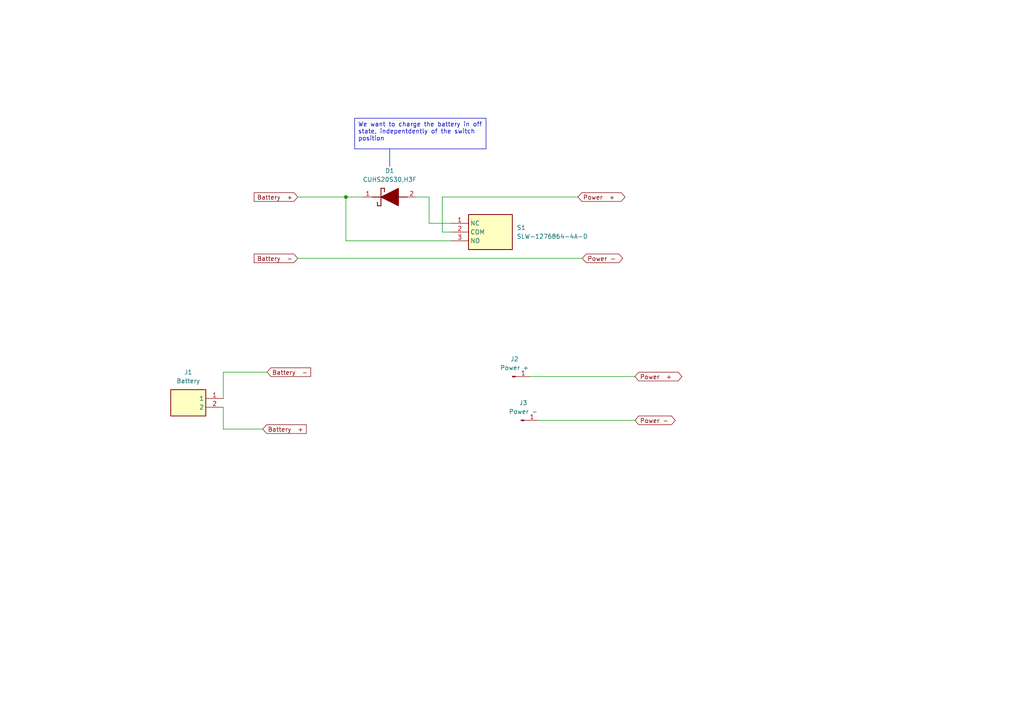
<source format=kicad_sch>
(kicad_sch
	(version 20231120)
	(generator "eeschema")
	(generator_version "8.0")
	(uuid "fff52d9c-2593-4d64-8717-f098392b56b0")
	(paper "A4")
	(lib_symbols
		(symbol "Connector:Conn_01x01_Pin"
			(pin_names
				(offset 1.016) hide)
			(exclude_from_sim no)
			(in_bom yes)
			(on_board yes)
			(property "Reference" "J"
				(at 0 2.54 0)
				(effects
					(font
						(size 1.27 1.27)
					)
				)
			)
			(property "Value" "Conn_01x01_Pin"
				(at 0 -2.54 0)
				(effects
					(font
						(size 1.27 1.27)
					)
				)
			)
			(property "Footprint" ""
				(at 0 0 0)
				(effects
					(font
						(size 1.27 1.27)
					)
					(hide yes)
				)
			)
			(property "Datasheet" "~"
				(at 0 0 0)
				(effects
					(font
						(size 1.27 1.27)
					)
					(hide yes)
				)
			)
			(property "Description" "Generic connector, single row, 01x01, script generated"
				(at 0 0 0)
				(effects
					(font
						(size 1.27 1.27)
					)
					(hide yes)
				)
			)
			(property "ki_locked" ""
				(at 0 0 0)
				(effects
					(font
						(size 1.27 1.27)
					)
				)
			)
			(property "ki_keywords" "connector"
				(at 0 0 0)
				(effects
					(font
						(size 1.27 1.27)
					)
					(hide yes)
				)
			)
			(property "ki_fp_filters" "Connector*:*_1x??_*"
				(at 0 0 0)
				(effects
					(font
						(size 1.27 1.27)
					)
					(hide yes)
				)
			)
			(symbol "Conn_01x01_Pin_1_1"
				(polyline
					(pts
						(xy 1.27 0) (xy 0.8636 0)
					)
					(stroke
						(width 0.1524)
						(type default)
					)
					(fill
						(type none)
					)
				)
				(rectangle
					(start 0.8636 0.127)
					(end 0 -0.127)
					(stroke
						(width 0.1524)
						(type default)
					)
					(fill
						(type outline)
					)
				)
				(pin passive line
					(at 5.08 0 180)
					(length 3.81)
					(name "Pin_1"
						(effects
							(font
								(size 1.27 1.27)
							)
						)
					)
					(number "1"
						(effects
							(font
								(size 1.27 1.27)
							)
						)
					)
				)
			)
		)
		(symbol "SLW-1276864-4A-D:SLW-1276864-4A-D"
			(exclude_from_sim no)
			(in_bom yes)
			(on_board yes)
			(property "Reference" "S1"
				(at 19.05 -1.2699 0)
				(effects
					(font
						(size 1.27 1.27)
					)
					(justify left)
				)
			)
			(property "Value" "SLW-1276864-4A-D"
				(at 19.05 -3.8099 0)
				(effects
					(font
						(size 1.27 1.27)
					)
					(justify left)
				)
			)
			(property "Footprint" "SLW12768644AD"
				(at 19.05 -94.92 0)
				(effects
					(font
						(size 1.27 1.27)
					)
					(justify left top)
					(hide yes)
				)
			)
			(property "Datasheet" "https://www.cuidevices.com/product/resource/slw-1276864-4a-d.pdf"
				(at 19.05 -194.92 0)
				(effects
					(font
						(size 1.27 1.27)
					)
					(justify left top)
					(hide yes)
				)
			)
			(property "Description" "Slide Switches 12.7 x 6.8 x 6.4 mm, 2 mm Raised Slide Actuator, Vertical, Through Hole"
				(at 0 0 0)
				(effects
					(font
						(size 1.27 1.27)
					)
					(hide yes)
				)
			)
			(property "Height" "10.6"
				(at 19.05 -394.92 0)
				(effects
					(font
						(size 1.27 1.27)
					)
					(justify left top)
					(hide yes)
				)
			)
			(property "Mouser Part Number" "179-SLW-1276864-4A-D"
				(at 19.05 -494.92 0)
				(effects
					(font
						(size 1.27 1.27)
					)
					(justify left top)
					(hide yes)
				)
			)
			(property "Mouser Price/Stock" "https://www.mouser.co.uk/ProductDetail/CUI-Devices/SLW-1276864-4A-D?qs=1Kr7Jg1SGW90vOt02EYiag%3D%3D"
				(at 19.05 -594.92 0)
				(effects
					(font
						(size 1.27 1.27)
					)
					(justify left top)
					(hide yes)
				)
			)
			(property "Manufacturer_Name" "CUI Devices"
				(at 19.05 -694.92 0)
				(effects
					(font
						(size 1.27 1.27)
					)
					(justify left top)
					(hide yes)
				)
			)
			(property "Manufacturer_Part_Number" "SLW-1276864-4A-D"
				(at 19.05 -794.92 0)
				(effects
					(font
						(size 1.27 1.27)
					)
					(justify left top)
					(hide yes)
				)
			)
			(symbol "SLW-1276864-4A-D_1_1"
				(rectangle
					(start 5.08 2.54)
					(end 17.78 -7.62)
					(stroke
						(width 0.254)
						(type default)
					)
					(fill
						(type background)
					)
				)
				(pin passive line
					(at 0 0 0)
					(length 5.08)
					(name "NC"
						(effects
							(font
								(size 1.27 1.27)
							)
						)
					)
					(number "1"
						(effects
							(font
								(size 1.27 1.27)
							)
						)
					)
				)
				(pin passive line
					(at 0 -2.54 0)
					(length 5.08)
					(name "COM"
						(effects
							(font
								(size 1.27 1.27)
							)
						)
					)
					(number "2"
						(effects
							(font
								(size 1.27 1.27)
							)
						)
					)
				)
				(pin passive line
					(at 0 -5.08 0)
					(length 5.08)
					(name "NO"
						(effects
							(font
								(size 1.27 1.27)
							)
						)
					)
					(number "3"
						(effects
							(font
								(size 1.27 1.27)
							)
						)
					)
				)
			)
		)
		(symbol "SamacSys_Parts:53047-0210"
			(exclude_from_sim no)
			(in_bom yes)
			(on_board yes)
			(property "Reference" "J"
				(at 16.51 7.62 0)
				(effects
					(font
						(size 1.27 1.27)
					)
					(justify left top)
				)
			)
			(property "Value" "53047-0210"
				(at 16.51 5.08 0)
				(effects
					(font
						(size 1.27 1.27)
					)
					(justify left top)
				)
			)
			(property "Footprint" "530470210"
				(at 16.51 -94.92 0)
				(effects
					(font
						(size 1.27 1.27)
					)
					(justify left top)
					(hide yes)
				)
			)
			(property "Datasheet" "https://componentsearchengine.com/Datasheets/2/53047-0210.pdf"
				(at 16.51 -194.92 0)
				(effects
					(font
						(size 1.27 1.27)
					)
					(justify left top)
					(hide yes)
				)
			)
			(property "Description" "Headers & Wire Housings VERTICAL HDR 2P"
				(at 0 0 0)
				(effects
					(font
						(size 1.27 1.27)
					)
					(hide yes)
				)
			)
			(property "Height" "4.4"
				(at 16.51 -394.92 0)
				(effects
					(font
						(size 1.27 1.27)
					)
					(justify left top)
					(hide yes)
				)
			)
			(property "Manufacturer_Name" "Molex"
				(at 16.51 -494.92 0)
				(effects
					(font
						(size 1.27 1.27)
					)
					(justify left top)
					(hide yes)
				)
			)
			(property "Manufacturer_Part_Number" "53047-0210"
				(at 16.51 -594.92 0)
				(effects
					(font
						(size 1.27 1.27)
					)
					(justify left top)
					(hide yes)
				)
			)
			(property "Mouser Part Number" "538-53047-0210"
				(at 16.51 -694.92 0)
				(effects
					(font
						(size 1.27 1.27)
					)
					(justify left top)
					(hide yes)
				)
			)
			(property "Mouser Price/Stock" "https://www.mouser.co.uk/ProductDetail/Molex/53047-0210?qs=M5Ic86%252BuP8b8FQrTwriyOw%3D%3D"
				(at 16.51 -794.92 0)
				(effects
					(font
						(size 1.27 1.27)
					)
					(justify left top)
					(hide yes)
				)
			)
			(property "Arrow Part Number" ""
				(at 16.51 -894.92 0)
				(effects
					(font
						(size 1.27 1.27)
					)
					(justify left top)
					(hide yes)
				)
			)
			(property "Arrow Price/Stock" ""
				(at 16.51 -994.92 0)
				(effects
					(font
						(size 1.27 1.27)
					)
					(justify left top)
					(hide yes)
				)
			)
			(symbol "53047-0210_1_1"
				(rectangle
					(start 5.08 2.54)
					(end 15.24 -5.08)
					(stroke
						(width 0.254)
						(type default)
					)
					(fill
						(type background)
					)
				)
				(pin passive line
					(at 0 -2.54 0)
					(length 5.08)
					(name "1"
						(effects
							(font
								(size 1.27 1.27)
							)
						)
					)
					(number "1"
						(effects
							(font
								(size 1.27 1.27)
							)
						)
					)
				)
				(pin passive line
					(at 0 0 0)
					(length 5.08)
					(name "2"
						(effects
							(font
								(size 1.27 1.27)
							)
						)
					)
					(number "2"
						(effects
							(font
								(size 1.27 1.27)
							)
						)
					)
				)
			)
		)
		(symbol "SamacSys_Parts:CUHS20S30,H3F"
			(pin_names hide)
			(exclude_from_sim no)
			(in_bom yes)
			(on_board yes)
			(property "Reference" "D"
				(at 12.7 8.89 0)
				(effects
					(font
						(size 1.27 1.27)
					)
					(justify left top)
				)
			)
			(property "Value" "CUHS20S30,H3F"
				(at 12.7 6.35 0)
				(effects
					(font
						(size 1.27 1.27)
					)
					(justify left top)
				)
			)
			(property "Footprint" "CUHS20S40H3F"
				(at 12.7 -93.65 0)
				(effects
					(font
						(size 1.27 1.27)
					)
					(justify left top)
					(hide yes)
				)
			)
			(property "Datasheet" "https://toshiba.semicon-storage.com/info/docget.jsp?did=63606&prodName=CUHS20S30"
				(at 12.7 -193.65 0)
				(effects
					(font
						(size 1.27 1.27)
					)
					(justify left top)
					(hide yes)
				)
			)
			(property "Description" "Schottky Diodes & Rectifiers Sml-Signal Schottky 2A 30V 390pF"
				(at 0 0 0)
				(effects
					(font
						(size 1.27 1.27)
					)
					(hide yes)
				)
			)
			(property "Height" ""
				(at 12.7 -393.65 0)
				(effects
					(font
						(size 1.27 1.27)
					)
					(justify left top)
					(hide yes)
				)
			)
			(property "Manufacturer_Name" "Toshiba"
				(at 12.7 -493.65 0)
				(effects
					(font
						(size 1.27 1.27)
					)
					(justify left top)
					(hide yes)
				)
			)
			(property "Manufacturer_Part_Number" "CUHS20S30,H3F"
				(at 12.7 -593.65 0)
				(effects
					(font
						(size 1.27 1.27)
					)
					(justify left top)
					(hide yes)
				)
			)
			(property "Mouser Part Number" "757-CUHS20S30H3F"
				(at 12.7 -693.65 0)
				(effects
					(font
						(size 1.27 1.27)
					)
					(justify left top)
					(hide yes)
				)
			)
			(property "Mouser Price/Stock" "https://www.mouser.co.uk/ProductDetail/Toshiba/CUHS20S30H3F?qs=PqoDHHvF64%252BnIC9Qnnw9zg%3D%3D"
				(at 12.7 -793.65 0)
				(effects
					(font
						(size 1.27 1.27)
					)
					(justify left top)
					(hide yes)
				)
			)
			(property "Arrow Part Number" ""
				(at 12.7 -893.65 0)
				(effects
					(font
						(size 1.27 1.27)
					)
					(justify left top)
					(hide yes)
				)
			)
			(property "Arrow Price/Stock" ""
				(at 12.7 -993.65 0)
				(effects
					(font
						(size 1.27 1.27)
					)
					(justify left top)
					(hide yes)
				)
			)
			(symbol "CUHS20S30,H3F_1_1"
				(polyline
					(pts
						(xy 5.08 0) (xy 7.62 0)
					)
					(stroke
						(width 0.254)
						(type default)
					)
					(fill
						(type none)
					)
				)
				(polyline
					(pts
						(xy 6.604 -1.524) (xy 6.604 -2.54)
					)
					(stroke
						(width 0.254)
						(type default)
					)
					(fill
						(type none)
					)
				)
				(polyline
					(pts
						(xy 7.62 -2.54) (xy 6.604 -2.54)
					)
					(stroke
						(width 0.254)
						(type default)
					)
					(fill
						(type none)
					)
				)
				(polyline
					(pts
						(xy 7.62 2.54) (xy 7.62 -2.54)
					)
					(stroke
						(width 0.254)
						(type default)
					)
					(fill
						(type none)
					)
				)
				(polyline
					(pts
						(xy 7.62 2.54) (xy 8.636 2.54)
					)
					(stroke
						(width 0.254)
						(type default)
					)
					(fill
						(type none)
					)
				)
				(polyline
					(pts
						(xy 8.636 1.524) (xy 8.636 2.54)
					)
					(stroke
						(width 0.254)
						(type default)
					)
					(fill
						(type none)
					)
				)
				(polyline
					(pts
						(xy 12.7 0) (xy 15.24 0)
					)
					(stroke
						(width 0.254)
						(type default)
					)
					(fill
						(type none)
					)
				)
				(polyline
					(pts
						(xy 7.62 0) (xy 12.7 2.54) (xy 12.7 -2.54) (xy 7.62 0)
					)
					(stroke
						(width 0.254)
						(type default)
					)
					(fill
						(type outline)
					)
				)
				(pin passive line
					(at 2.54 0 0)
					(length 2.54)
					(name "K"
						(effects
							(font
								(size 1.27 1.27)
							)
						)
					)
					(number "1"
						(effects
							(font
								(size 1.27 1.27)
							)
						)
					)
				)
				(pin passive line
					(at 17.78 0 180)
					(length 2.54)
					(name "A"
						(effects
							(font
								(size 1.27 1.27)
							)
						)
					)
					(number "2"
						(effects
							(font
								(size 1.27 1.27)
							)
						)
					)
				)
			)
		)
	)
	(junction
		(at 100.33 57.15)
		(diameter 0)
		(color 0 0 0 0)
		(uuid "82b887f8-04e9-41fd-9e66-beff02a8398b")
	)
	(wire
		(pts
			(xy 100.33 57.15) (xy 105.41 57.15)
		)
		(stroke
			(width 0)
			(type default)
		)
		(uuid "009e5e4b-d2ab-4e69-886c-134ffa216abc")
	)
	(wire
		(pts
			(xy 130.81 67.31) (xy 128.27 67.31)
		)
		(stroke
			(width 0)
			(type default)
		)
		(uuid "1f1df5b7-64d0-4b88-a725-ca7f37a87273")
	)
	(wire
		(pts
			(xy 124.46 57.15) (xy 120.65 57.15)
		)
		(stroke
			(width 0)
			(type default)
		)
		(uuid "2d2d114f-5117-4c5e-9c67-087225b9525c")
	)
	(wire
		(pts
			(xy 100.33 57.15) (xy 100.33 69.85)
		)
		(stroke
			(width 0)
			(type default)
		)
		(uuid "30cfe308-82ea-4711-8658-bf0845368d47")
	)
	(wire
		(pts
			(xy 86.36 57.15) (xy 100.33 57.15)
		)
		(stroke
			(width 0)
			(type default)
		)
		(uuid "3b900de8-d65f-41d9-8323-a315a90a3b8c")
	)
	(wire
		(pts
			(xy 130.81 64.77) (xy 124.46 64.77)
		)
		(stroke
			(width 0)
			(type default)
		)
		(uuid "41d9f379-7235-4f8b-9836-97f9dcc10c5d")
	)
	(wire
		(pts
			(xy 64.77 124.46) (xy 64.77 118.11)
		)
		(stroke
			(width 0)
			(type default)
		)
		(uuid "4d35766b-417f-439f-ad17-626361e4f4cd")
	)
	(wire
		(pts
			(xy 64.77 107.95) (xy 64.77 115.57)
		)
		(stroke
			(width 0)
			(type default)
		)
		(uuid "5fdf4d7e-3b61-4941-9dc1-058344a11122")
	)
	(wire
		(pts
			(xy 153.67 109.22) (xy 184.15 109.22)
		)
		(stroke
			(width 0)
			(type default)
		)
		(uuid "68427ff0-700a-47ae-99f8-51f12bab5b7c")
	)
	(polyline
		(pts
			(xy 113.03 48.26) (xy 113.03 48.26)
		)
		(stroke
			(width 0)
			(type default)
		)
		(uuid "8cf5d7a9-78aa-4623-b95b-b8ae1b72eca8")
	)
	(wire
		(pts
			(xy 86.36 74.93) (xy 168.91 74.93)
		)
		(stroke
			(width 0)
			(type default)
		)
		(uuid "8f5acbd4-6479-4b90-bb5c-1b5872df877e")
	)
	(wire
		(pts
			(xy 130.81 69.85) (xy 100.33 69.85)
		)
		(stroke
			(width 0)
			(type default)
		)
		(uuid "b317f6a6-1f76-4f2c-9e73-e08e6348c7fe")
	)
	(wire
		(pts
			(xy 124.46 64.77) (xy 124.46 57.15)
		)
		(stroke
			(width 0)
			(type default)
		)
		(uuid "cde39824-bdb5-4b2c-b2a7-1c4d88235994")
	)
	(wire
		(pts
			(xy 64.77 124.46) (xy 76.2 124.46)
		)
		(stroke
			(width 0)
			(type default)
		)
		(uuid "e8b0049b-5ab0-423a-930f-98b0cb59e08b")
	)
	(wire
		(pts
			(xy 128.27 67.31) (xy 128.27 57.15)
		)
		(stroke
			(width 0)
			(type default)
		)
		(uuid "eaba1c68-1b03-45c7-8be0-9751743ba3aa")
	)
	(polyline
		(pts
			(xy 113.03 43.18) (xy 113.03 48.26)
		)
		(stroke
			(width 0)
			(type default)
		)
		(uuid "ec58d7b9-db8a-414f-a8a1-551ee33b4fa0")
	)
	(wire
		(pts
			(xy 64.77 107.95) (xy 77.47 107.95)
		)
		(stroke
			(width 0)
			(type default)
		)
		(uuid "effbe581-ee6d-4b3d-816f-bfdcdbd1a06c")
	)
	(wire
		(pts
			(xy 156.21 121.92) (xy 184.15 121.92)
		)
		(stroke
			(width 0)
			(type default)
		)
		(uuid "f63ea245-a47f-4034-83db-ddc13a161497")
	)
	(wire
		(pts
			(xy 128.27 57.15) (xy 167.64 57.15)
		)
		(stroke
			(width 0)
			(type default)
		)
		(uuid "fe011643-5df4-4e82-a823-064c34cebd99")
	)
	(text_box "We want to charge the battery in off state, indepentdently of the switch position"
		(exclude_from_sim no)
		(at 102.87 34.29 0)
		(size 38.1 8.89)
		(stroke
			(width 0)
			(type default)
		)
		(fill
			(type none)
		)
		(effects
			(font
				(size 1.27 1.27)
			)
			(justify left top)
		)
		(uuid "5c44cd54-8838-4017-ab1f-1165b613e6b0")
	)
	(global_label "Power  + "
		(shape bidirectional)
		(at 167.64 57.15 0)
		(fields_autoplaced yes)
		(effects
			(font
				(size 1.27 1.27)
			)
			(justify left)
		)
		(uuid "4b416583-9098-4dd2-bcb6-1192998ecaf7")
		(property "Intersheetrefs" "${INTERSHEET_REFS}"
			(at 181.836 57.15 0)
			(effects
				(font
					(size 1.27 1.27)
				)
				(justify left)
				(hide yes)
			)
		)
	)
	(global_label "Battery  +"
		(shape input)
		(at 76.2 124.46 0)
		(fields_autoplaced yes)
		(effects
			(font
				(size 1.27 1.27)
			)
			(justify left)
		)
		(uuid "5593e889-f173-428c-af89-3385720e02ac")
		(property "Intersheetrefs" "${INTERSHEET_REFS}"
			(at 89.4056 124.46 0)
			(effects
				(font
					(size 1.27 1.27)
				)
				(justify left)
				(hide yes)
			)
		)
	)
	(global_label "Power  + "
		(shape bidirectional)
		(at 184.15 109.22 0)
		(fields_autoplaced yes)
		(effects
			(font
				(size 1.27 1.27)
			)
			(justify left)
		)
		(uuid "642c5c65-732d-4be0-8945-8f79095abd70")
		(property "Intersheetrefs" "${INTERSHEET_REFS}"
			(at 198.346 109.22 0)
			(effects
				(font
					(size 1.27 1.27)
				)
				(justify left)
				(hide yes)
			)
		)
	)
	(global_label "Battery  +"
		(shape input)
		(at 86.36 57.15 180)
		(fields_autoplaced yes)
		(effects
			(font
				(size 1.27 1.27)
			)
			(justify right)
		)
		(uuid "7519a971-594c-4f4e-a0bf-1fff19f1df73")
		(property "Intersheetrefs" "${INTERSHEET_REFS}"
			(at 73.1544 57.15 0)
			(effects
				(font
					(size 1.27 1.27)
				)
				(justify right)
				(hide yes)
			)
		)
	)
	(global_label "Battery  -"
		(shape input)
		(at 86.36 74.93 180)
		(fields_autoplaced yes)
		(effects
			(font
				(size 1.27 1.27)
			)
			(justify right)
		)
		(uuid "791b72a7-6365-4da4-a67f-06863e67cac8")
		(property "Intersheetrefs" "${INTERSHEET_REFS}"
			(at 73.1544 74.93 0)
			(effects
				(font
					(size 1.27 1.27)
				)
				(justify right)
				(hide yes)
			)
		)
	)
	(global_label "Power -"
		(shape bidirectional)
		(at 168.91 74.93 0)
		(fields_autoplaced yes)
		(effects
			(font
				(size 1.27 1.27)
			)
			(justify left)
		)
		(uuid "ac3bc503-7f69-41ed-b5e5-cfdc257f171b")
		(property "Intersheetrefs" "${INTERSHEET_REFS}"
			(at 181.1708 74.93 0)
			(effects
				(font
					(size 1.27 1.27)
				)
				(justify left)
				(hide yes)
			)
		)
	)
	(global_label "Power -"
		(shape bidirectional)
		(at 184.15 121.92 0)
		(fields_autoplaced yes)
		(effects
			(font
				(size 1.27 1.27)
			)
			(justify left)
		)
		(uuid "ad687cf3-41a1-4c77-851a-46f1248340eb")
		(property "Intersheetrefs" "${INTERSHEET_REFS}"
			(at 196.4108 121.92 0)
			(effects
				(font
					(size 1.27 1.27)
				)
				(justify left)
				(hide yes)
			)
		)
	)
	(global_label "Battery  -"
		(shape input)
		(at 77.47 107.95 0)
		(fields_autoplaced yes)
		(effects
			(font
				(size 1.27 1.27)
			)
			(justify left)
		)
		(uuid "c2f778d4-f392-4eba-b9b3-e905f8915eb3")
		(property "Intersheetrefs" "${INTERSHEET_REFS}"
			(at 90.6756 107.95 0)
			(effects
				(font
					(size 1.27 1.27)
				)
				(justify left)
				(hide yes)
			)
		)
	)
	(symbol
		(lib_id "SamacSys_Parts:53047-0210")
		(at 64.77 118.11 180)
		(unit 1)
		(exclude_from_sim no)
		(in_bom yes)
		(on_board yes)
		(dnp no)
		(fields_autoplaced yes)
		(uuid "055df60d-6ea5-4645-9ef1-a20e3e2454e2")
		(property "Reference" "J1"
			(at 54.61 107.95 0)
			(effects
				(font
					(size 1.27 1.27)
				)
			)
		)
		(property "Value" "Battery"
			(at 54.61 110.49 0)
			(effects
				(font
					(size 1.27 1.27)
				)
			)
		)
		(property "Footprint" "SamacSys_Parts:530470210"
			(at 48.26 23.19 0)
			(effects
				(font
					(size 1.27 1.27)
				)
				(justify left top)
				(hide yes)
			)
		)
		(property "Datasheet" "https://www.mouser.es/ProductDetail/Molex/53047-0210?qs=M5Ic86%252BuP8b8FQrTwriyOw%3D%3D"
			(at 48.26 -76.81 0)
			(effects
				(font
					(size 1.27 1.27)
				)
				(justify left top)
				(hide yes)
			)
		)
		(property "Description" "Headers & Wire Housings VERTICAL HDR 2P"
			(at 64.77 118.11 0)
			(effects
				(font
					(size 1.27 1.27)
				)
				(hide yes)
			)
		)
		(property "Height" "4.4"
			(at 48.26 -276.81 0)
			(effects
				(font
					(size 1.27 1.27)
				)
				(justify left top)
				(hide yes)
			)
		)
		(property "Manufacturer_Name" "Molex"
			(at 48.26 -376.81 0)
			(effects
				(font
					(size 1.27 1.27)
				)
				(justify left top)
				(hide yes)
			)
		)
		(property "Manufacturer_Part_Number" "53047-0210"
			(at 48.26 -476.81 0)
			(effects
				(font
					(size 1.27 1.27)
				)
				(justify left top)
				(hide yes)
			)
		)
		(property "Mouser Part Number" "538-53047-0210"
			(at 48.26 -576.81 0)
			(effects
				(font
					(size 1.27 1.27)
				)
				(justify left top)
				(hide yes)
			)
		)
		(property "Mouser Price/Stock" "https://www.mouser.co.uk/ProductDetail/Molex/53047-0210?qs=M5Ic86%252BuP8b8FQrTwriyOw%3D%3D"
			(at 48.26 -676.81 0)
			(effects
				(font
					(size 1.27 1.27)
				)
				(justify left top)
				(hide yes)
			)
		)
		(property "Arrow Part Number" ""
			(at 48.26 -776.81 0)
			(effects
				(font
					(size 1.27 1.27)
				)
				(justify left top)
				(hide yes)
			)
		)
		(property "Arrow Price/Stock" ""
			(at 48.26 -876.81 0)
			(effects
				(font
					(size 1.27 1.27)
				)
				(justify left top)
				(hide yes)
			)
		)
		(pin "1"
			(uuid "9e225186-e517-45c2-a86d-eecde269021a")
		)
		(pin "2"
			(uuid "6659acf3-ab32-4c01-a895-66312fb32047")
		)
		(instances
			(project "BatterySwitcher"
				(path "/fff52d9c-2593-4d64-8717-f098392b56b0"
					(reference "J1")
					(unit 1)
				)
			)
		)
	)
	(symbol
		(lib_id "SamacSys_Parts:CUHS20S30,H3F")
		(at 102.87 57.15 0)
		(unit 1)
		(exclude_from_sim no)
		(in_bom yes)
		(on_board yes)
		(dnp no)
		(fields_autoplaced yes)
		(uuid "911cf85d-fd42-4bcb-bf64-cf2b0311805b")
		(property "Reference" "D1"
			(at 113.03 49.53 0)
			(effects
				(font
					(size 1.27 1.27)
				)
			)
		)
		(property "Value" "CUHS20S30,H3F"
			(at 113.03 52.07 0)
			(effects
				(font
					(size 1.27 1.27)
				)
			)
		)
		(property "Footprint" "SamacSys_Parts:CUHS20S40H3F"
			(at 115.57 150.8 0)
			(effects
				(font
					(size 1.27 1.27)
				)
				(justify left top)
				(hide yes)
			)
		)
		(property "Datasheet" "https://www.mouser.es/ProductDetail/Toshiba/CUHS20S30H3F?qs=PqoDHHvF64%252BnIC9Qnnw9zg%3D%3D"
			(at 115.57 250.8 0)
			(effects
				(font
					(size 1.27 1.27)
				)
				(justify left top)
				(hide yes)
			)
		)
		(property "Description" "Schottky Diodes & Rectifiers Sml-Signal Schottky 2A 30V 390pF"
			(at 102.87 57.15 0)
			(effects
				(font
					(size 1.27 1.27)
				)
				(hide yes)
			)
		)
		(property "Height" ""
			(at 115.57 450.8 0)
			(effects
				(font
					(size 1.27 1.27)
				)
				(justify left top)
				(hide yes)
			)
		)
		(property "Manufacturer_Name" "Toshiba"
			(at 115.57 550.8 0)
			(effects
				(font
					(size 1.27 1.27)
				)
				(justify left top)
				(hide yes)
			)
		)
		(property "Manufacturer_Part_Number" "CUHS20S30,H3F"
			(at 115.57 650.8 0)
			(effects
				(font
					(size 1.27 1.27)
				)
				(justify left top)
				(hide yes)
			)
		)
		(property "Mouser Part Number" "757-CUHS20S30H3F"
			(at 115.57 750.8 0)
			(effects
				(font
					(size 1.27 1.27)
				)
				(justify left top)
				(hide yes)
			)
		)
		(property "Mouser Price/Stock" "https://www.mouser.co.uk/ProductDetail/Toshiba/CUHS20S30H3F?qs=PqoDHHvF64%252BnIC9Qnnw9zg%3D%3D"
			(at 115.57 850.8 0)
			(effects
				(font
					(size 1.27 1.27)
				)
				(justify left top)
				(hide yes)
			)
		)
		(property "Arrow Part Number" ""
			(at 115.57 950.8 0)
			(effects
				(font
					(size 1.27 1.27)
				)
				(justify left top)
				(hide yes)
			)
		)
		(property "Arrow Price/Stock" ""
			(at 115.57 1050.8 0)
			(effects
				(font
					(size 1.27 1.27)
				)
				(justify left top)
				(hide yes)
			)
		)
		(pin "2"
			(uuid "9d27b391-2e68-493d-843e-0cf267383443")
		)
		(pin "1"
			(uuid "1899d77c-435b-4ec5-a946-5b17e563187a")
		)
		(instances
			(project "BatterySwitcher"
				(path "/fff52d9c-2593-4d64-8717-f098392b56b0"
					(reference "D1")
					(unit 1)
				)
			)
		)
	)
	(symbol
		(lib_id "Connector:Conn_01x01_Pin")
		(at 148.59 109.22 0)
		(unit 1)
		(exclude_from_sim no)
		(in_bom yes)
		(on_board yes)
		(dnp no)
		(fields_autoplaced yes)
		(uuid "d475ade1-f7d7-4432-babc-442cbcd35536")
		(property "Reference" "J2"
			(at 149.225 104.14 0)
			(effects
				(font
					(size 1.27 1.27)
				)
			)
		)
		(property "Value" "Power +"
			(at 149.225 106.68 0)
			(effects
				(font
					(size 1.27 1.27)
				)
			)
		)
		(property "Footprint" "Connector_PinHeader_1.00mm:PinHeader_1x01_P1.00mm_Vertical"
			(at 148.59 109.22 0)
			(effects
				(font
					(size 1.27 1.27)
				)
				(hide yes)
			)
		)
		(property "Datasheet" "~"
			(at 148.59 109.22 0)
			(effects
				(font
					(size 1.27 1.27)
				)
				(hide yes)
			)
		)
		(property "Description" "Generic connector, single row, 01x01, script generated"
			(at 148.59 109.22 0)
			(effects
				(font
					(size 1.27 1.27)
				)
				(hide yes)
			)
		)
		(pin "1"
			(uuid "b124ad23-3b8f-4c9a-a2bf-4d4099209003")
		)
		(instances
			(project "BatterySwitcher"
				(path "/fff52d9c-2593-4d64-8717-f098392b56b0"
					(reference "J2")
					(unit 1)
				)
			)
		)
	)
	(symbol
		(lib_id "SLW-1276864-4A-D:SLW-1276864-4A-D")
		(at 130.81 64.77 0)
		(unit 1)
		(exclude_from_sim no)
		(in_bom yes)
		(on_board yes)
		(dnp no)
		(fields_autoplaced yes)
		(uuid "e021e664-000d-4194-ae16-dec724ee269e")
		(property "Reference" "S1"
			(at 149.86 66.0399 0)
			(effects
				(font
					(size 1.27 1.27)
				)
				(justify left)
			)
		)
		(property "Value" "SLW-1276864-4A-D"
			(at 149.86 68.5799 0)
			(effects
				(font
					(size 1.27 1.27)
				)
				(justify left)
			)
		)
		(property "Footprint" "SLW12768644AD"
			(at 149.86 159.69 0)
			(effects
				(font
					(size 1.27 1.27)
				)
				(justify left top)
				(hide yes)
			)
		)
		(property "Datasheet" "https://www.mouser.es/ProductDetail/CUI-Devices/SLW-1276864-4A-D?qs=1Kr7Jg1SGW90vOt02EYiag%3D%3D"
			(at 149.86 259.69 0)
			(effects
				(font
					(size 1.27 1.27)
				)
				(justify left top)
				(hide yes)
			)
		)
		(property "Description" "Slide Switches 12.7 x 6.8 x 6.4 mm, 2 mm Raised Slide Actuator, Vertical, Through Hole"
			(at 130.81 64.77 0)
			(effects
				(font
					(size 1.27 1.27)
				)
				(hide yes)
			)
		)
		(property "Height" "10.6"
			(at 149.86 459.69 0)
			(effects
				(font
					(size 1.27 1.27)
				)
				(justify left top)
				(hide yes)
			)
		)
		(property "Mouser Part Number" "179-SLW-1276864-4A-D"
			(at 149.86 559.69 0)
			(effects
				(font
					(size 1.27 1.27)
				)
				(justify left top)
				(hide yes)
			)
		)
		(property "Mouser Price/Stock" "https://www.mouser.co.uk/ProductDetail/CUI-Devices/SLW-1276864-4A-D?qs=1Kr7Jg1SGW90vOt02EYiag%3D%3D"
			(at 149.86 659.69 0)
			(effects
				(font
					(size 1.27 1.27)
				)
				(justify left top)
				(hide yes)
			)
		)
		(property "Manufacturer_Name" "CUI Devices"
			(at 149.86 759.69 0)
			(effects
				(font
					(size 1.27 1.27)
				)
				(justify left top)
				(hide yes)
			)
		)
		(property "Manufacturer_Part_Number" "SLW-1276864-4A-D"
			(at 149.86 859.69 0)
			(effects
				(font
					(size 1.27 1.27)
				)
				(justify left top)
				(hide yes)
			)
		)
		(pin "2"
			(uuid "005b6f7d-0531-449c-9cad-fa5de18487e2")
		)
		(pin "1"
			(uuid "163e402a-7ffa-4f45-995b-684caaf3e04c")
		)
		(pin "3"
			(uuid "cf2a3e09-697d-4eec-a1ae-9a9b74b71ed5")
		)
		(instances
			(project "BatterySwitcher"
				(path "/fff52d9c-2593-4d64-8717-f098392b56b0"
					(reference "S1")
					(unit 1)
				)
			)
		)
	)
	(symbol
		(lib_id "Connector:Conn_01x01_Pin")
		(at 151.13 121.92 0)
		(unit 1)
		(exclude_from_sim no)
		(in_bom yes)
		(on_board yes)
		(dnp no)
		(fields_autoplaced yes)
		(uuid "eca45054-4b02-4c53-b919-b5516f28d806")
		(property "Reference" "J3"
			(at 151.765 116.84 0)
			(effects
				(font
					(size 1.27 1.27)
				)
			)
		)
		(property "Value" "Power -"
			(at 151.765 119.38 0)
			(effects
				(font
					(size 1.27 1.27)
				)
			)
		)
		(property "Footprint" "Connector_PinHeader_1.00mm:PinHeader_1x01_P1.00mm_Vertical"
			(at 151.13 121.92 0)
			(effects
				(font
					(size 1.27 1.27)
				)
				(hide yes)
			)
		)
		(property "Datasheet" "~"
			(at 151.13 121.92 0)
			(effects
				(font
					(size 1.27 1.27)
				)
				(hide yes)
			)
		)
		(property "Description" "Generic connector, single row, 01x01, script generated"
			(at 151.13 121.92 0)
			(effects
				(font
					(size 1.27 1.27)
				)
				(hide yes)
			)
		)
		(pin "1"
			(uuid "2be80de9-8044-4210-bb22-532e6755e972")
		)
		(instances
			(project "BatterySwitcher"
				(path "/fff52d9c-2593-4d64-8717-f098392b56b0"
					(reference "J3")
					(unit 1)
				)
			)
		)
	)
	(sheet_instances
		(path "/"
			(page "1")
		)
	)
)

</source>
